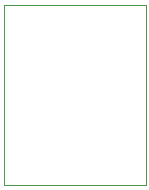
<source format=gbr>
G04 #@! TF.GenerationSoftware,KiCad,Pcbnew,(5.1.5)-3*
G04 #@! TF.CreationDate,2020-05-19T12:50:20+09:00*
G04 #@! TF.ProjectId,FMU_Power,464d555f-506f-4776-9572-2e6b69636164,rev?*
G04 #@! TF.SameCoordinates,Original*
G04 #@! TF.FileFunction,Profile,NP*
%FSLAX46Y46*%
G04 Gerber Fmt 4.6, Leading zero omitted, Abs format (unit mm)*
G04 Created by KiCad (PCBNEW (5.1.5)-3) date 2020-05-19 12:50:20*
%MOMM*%
%LPD*%
G04 APERTURE LIST*
%ADD10C,0.050000*%
G04 APERTURE END LIST*
D10*
X125325000Y-23125000D02*
X113325000Y-23125000D01*
X125325000Y-38375000D02*
X125325000Y-23125000D01*
X113325000Y-38375000D02*
X125325000Y-38375000D01*
X113325000Y-23125000D02*
X113325000Y-38375000D01*
M02*

</source>
